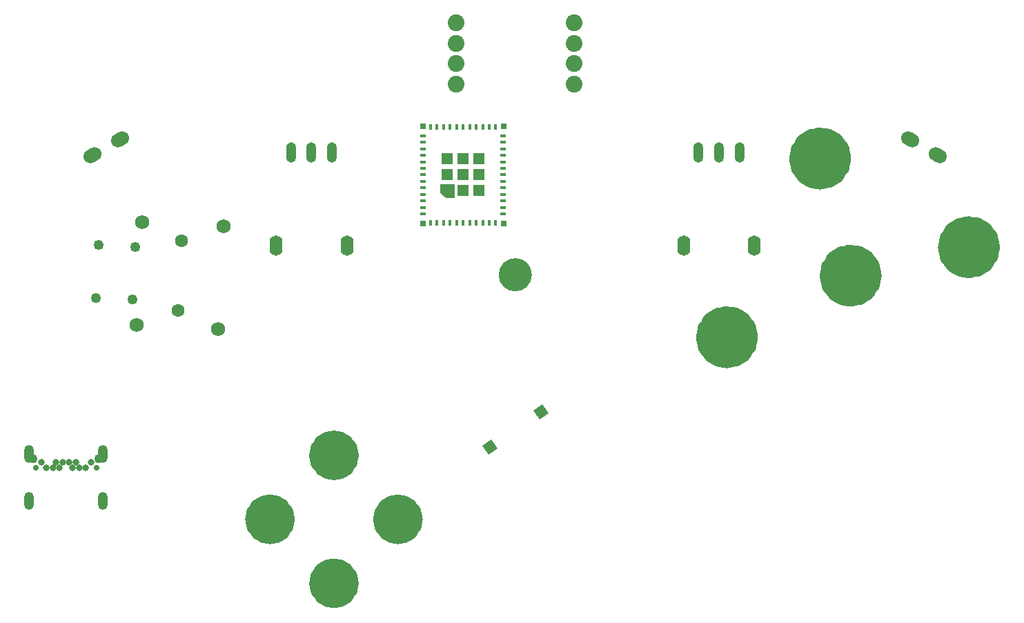
<source format=gbr>
%TF.GenerationSoftware,KiCad,Pcbnew,7.0.6*%
%TF.CreationDate,2023-11-30T12:48:28-08:00*%
%TF.ProjectId,UGC_Main,5547435f-4d61-4696-9e2e-6b696361645f,rev?*%
%TF.SameCoordinates,Original*%
%TF.FileFunction,Soldermask,Top*%
%TF.FilePolarity,Negative*%
%FSLAX46Y46*%
G04 Gerber Fmt 4.6, Leading zero omitted, Abs format (unit mm)*
G04 Created by KiCad (PCBNEW 7.0.6) date 2023-11-30 12:48:28*
%MOMM*%
%LPD*%
G01*
G04 APERTURE LIST*
G04 Aperture macros list*
%AMHorizOval*
0 Thick line with rounded ends*
0 $1 width*
0 $2 $3 position (X,Y) of the first rounded end (center of the circle)*
0 $4 $5 position (X,Y) of the second rounded end (center of the circle)*
0 Add line between two ends*
20,1,$1,$2,$3,$4,$5,0*
0 Add two circle primitives to create the rounded ends*
1,1,$1,$2,$3*
1,1,$1,$4,$5*%
%AMRotRect*
0 Rectangle, with rotation*
0 The origin of the aperture is its center*
0 $1 length*
0 $2 width*
0 $3 Rotation angle, in degrees counterclockwise*
0 Add horizontal line*
21,1,$1,$2,0,0,$3*%
G04 Aperture macros list end*
%ADD10C,3.800000*%
%ADD11C,3.050000*%
%ADD12C,2.050000*%
%ADD13C,0.010000*%
%ADD14C,2.050000*%
%ADD15C,1.750000*%
%ADD16C,1.600000*%
%ADD17C,1.250000*%
%ADD18HorizOval,1.700000X0.259808X0.150000X-0.259808X-0.150000X0*%
%ADD19HorizOval,1.700000X0.259808X-0.150000X-0.259808X0.150000X0*%
%ADD20C,0.500000*%
%ADD21R,0.400000X0.800000*%
%ADD22R,0.800000X0.400000*%
%ADD23R,1.450000X1.450000*%
%ADD24R,0.700000X0.700000*%
%ADD25RotRect,1.350000X1.350000X35.000000*%
%ADD26C,0.700000*%
%ADD27C,0.804000*%
%ADD28O,1.204000X2.204000*%
%ADD29C,1.104000*%
%ADD30O,1.600000X2.500000*%
%ADD31O,1.250000X2.500000*%
G04 APERTURE END LIST*
%TO.C,SW2*%
D10*
X246357313Y-124142540D02*
G75*
G03*
X246357313Y-124142540I-1900000J0D01*
G01*
%TO.C,SW1*%
X261533657Y-116584400D02*
G75*
G03*
X261533657Y-116584400I-1900000J0D01*
G01*
%TO.C,SW11*%
D11*
X197758657Y-154344400D02*
G75*
G03*
X197758657Y-154344400I-1525000J0D01*
G01*
%TO.C,SW3*%
D10*
X276046617Y-113094002D02*
G75*
G03*
X276046617Y-113094002I-1900000J0D01*
G01*
%TO.C,SW13*%
D11*
X205608657Y-146494400D02*
G75*
G03*
X205608657Y-146494400I-1525000J0D01*
G01*
%TO.C,SW5*%
D12*
X219508657Y-116484400D02*
G75*
G03*
X219508657Y-116484400I-1025000J0D01*
G01*
%TO.C,SW12*%
D11*
X189908657Y-146494400D02*
G75*
G03*
X189908657Y-146494400I-1525000J0D01*
G01*
%TO.C,SW4*%
D10*
X257791532Y-102212626D02*
G75*
G03*
X257791532Y-102212626I-1900000J0D01*
G01*
%TO.C,SW10*%
D11*
X197758657Y-138644400D02*
G75*
G03*
X197758657Y-138644400I-1525000J0D01*
G01*
%TO.C,U1*%
D13*
X210965000Y-106997000D02*
X209915000Y-106997000D01*
X209315000Y-106397000D01*
X209315000Y-105347000D01*
X210965000Y-105347000D01*
X210965000Y-106997000D01*
G36*
X210965000Y-106997000D02*
G01*
X209915000Y-106997000D01*
X209315000Y-106397000D01*
X209315000Y-105347000D01*
X210965000Y-105347000D01*
X210965000Y-106997000D01*
G37*
%TD*%
D14*
%TO.C,J7*%
X211258657Y-88054400D03*
%TD*%
%TO.C,J8*%
X225708657Y-88054400D03*
%TD*%
%TO.C,J12*%
X225708657Y-93054400D03*
%TD*%
%TO.C,J6*%
X225708657Y-85554400D03*
%TD*%
%TO.C,J10*%
X225708657Y-90554400D03*
%TD*%
D15*
%TO.C,SW6*%
X172671539Y-110006388D03*
X172009489Y-122639052D03*
D16*
X177558707Y-112290293D03*
X177108617Y-120878507D03*
D15*
X182657835Y-110529748D03*
X181995785Y-123162412D03*
D17*
X171861497Y-113043156D03*
X171521313Y-119534248D03*
X167367664Y-112807644D03*
X167027480Y-119298736D03*
%TD*%
D14*
%TO.C,J11*%
X211258657Y-93054400D03*
%TD*%
D18*
%TO.C,SW7*%
X166643465Y-101784400D03*
X170020963Y-99834400D03*
%TD*%
D19*
%TO.C,SW8*%
X266946351Y-99834400D03*
X270323849Y-101784400D03*
%TD*%
D14*
%TO.C,J9*%
X211258657Y-90554400D03*
%TD*%
D20*
%TO.C,SW5*%
X217983657Y-116484400D03*
X218983657Y-116484400D03*
%TD*%
D14*
%TO.C,J5*%
X211258657Y-85554400D03*
%TD*%
D21*
%TO.C,U1*%
X208090000Y-110122000D03*
X208890000Y-110122000D03*
X209690000Y-110122000D03*
X210490000Y-110122000D03*
X211290000Y-110122000D03*
X212090000Y-110122000D03*
X212890000Y-110122000D03*
X213690000Y-110122000D03*
X214490000Y-110122000D03*
X215290000Y-110122000D03*
X216090000Y-110122000D03*
D22*
X216990000Y-109022000D03*
X216990000Y-108222000D03*
X216990000Y-107422000D03*
X216990000Y-106622000D03*
X216990000Y-105822000D03*
X216990000Y-105022000D03*
X216990000Y-104222000D03*
X216990000Y-103422000D03*
X216990000Y-102622000D03*
X216990000Y-101822000D03*
X216990000Y-101022000D03*
X216990000Y-100222000D03*
X216990000Y-99422000D03*
D21*
X216090000Y-98322000D03*
X215290000Y-98322000D03*
X214490000Y-98322000D03*
X213690000Y-98322000D03*
X212890000Y-98322000D03*
X212090000Y-98322000D03*
X211290000Y-98322000D03*
X210490000Y-98322000D03*
X209690000Y-98322000D03*
X208890000Y-98322000D03*
X208090000Y-98322000D03*
D22*
X207190000Y-99422000D03*
X207190000Y-100222000D03*
X207190000Y-101022000D03*
X207190000Y-101822000D03*
X207190000Y-102622000D03*
X207190000Y-103422000D03*
X207190000Y-104222000D03*
X207190000Y-105022000D03*
X207190000Y-105822000D03*
X207190000Y-106622000D03*
X207190000Y-107422000D03*
X207190000Y-108222000D03*
X207190000Y-109022000D03*
D23*
X212090000Y-104222000D03*
D24*
X207140000Y-98272000D03*
X217040000Y-98272000D03*
X217040000Y-110172000D03*
X207140000Y-110172000D03*
D23*
X212090000Y-106172000D03*
X214040000Y-106172000D03*
X214040000Y-104222000D03*
X214040000Y-102272000D03*
X212090000Y-102272000D03*
X210140000Y-102272000D03*
X210140000Y-104222000D03*
%TD*%
D25*
%TO.C,SW9*%
X215370879Y-137663990D03*
X221596435Y-133304810D03*
%TD*%
D26*
%TO.C,J4*%
X167078951Y-140154694D03*
X159628951Y-140154694D03*
D27*
X160303951Y-139454694D03*
X160953951Y-140154694D03*
X161753951Y-140154694D03*
X162153951Y-139454694D03*
X162553951Y-140154694D03*
X162953951Y-139454694D03*
X163753951Y-139454694D03*
X164153951Y-140154694D03*
X164553951Y-139454694D03*
X164953951Y-140154694D03*
X165753951Y-140154694D03*
X166403951Y-139454694D03*
D28*
X167853951Y-144254694D03*
D29*
X167403951Y-139054694D03*
D28*
X167853951Y-138504694D03*
X158853951Y-144254694D03*
D29*
X159303951Y-139054694D03*
D28*
X158853951Y-138504694D03*
%TD*%
D30*
%TO.C,RV2*%
X247833657Y-112934400D03*
X239133657Y-112934400D03*
D31*
X245983657Y-101434400D03*
X243483657Y-101434400D03*
X240983657Y-101434400D03*
%TD*%
D30*
%TO.C,RV1*%
X197833657Y-112934400D03*
X189133657Y-112934400D03*
D31*
X195983657Y-101434400D03*
X193483657Y-101434400D03*
X190983657Y-101434400D03*
%TD*%
M02*

</source>
